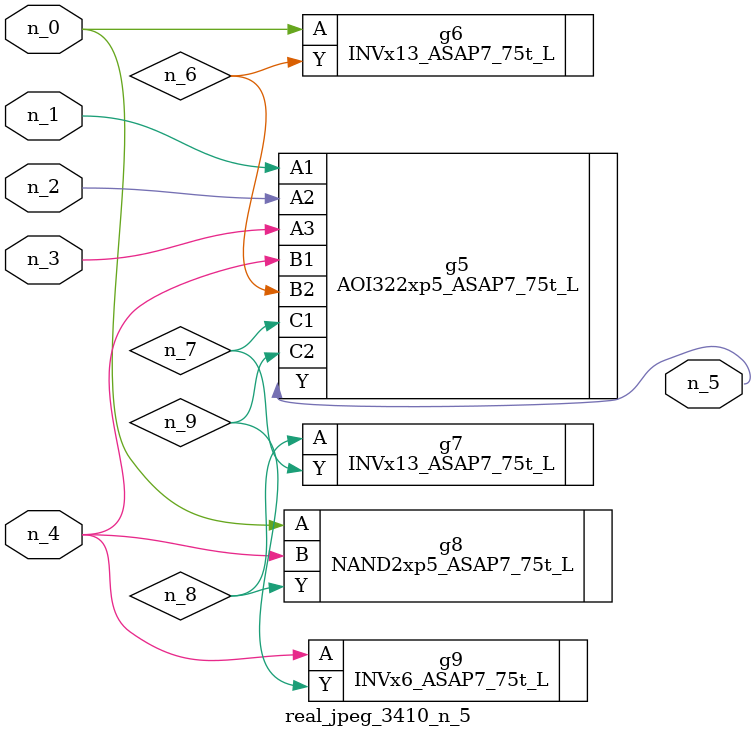
<source format=v>
module real_jpeg_3410_n_5 (n_4, n_0, n_1, n_2, n_3, n_5);

input n_4;
input n_0;
input n_1;
input n_2;
input n_3;

output n_5;

wire n_8;
wire n_6;
wire n_7;
wire n_9;

INVx13_ASAP7_75t_L g6 ( 
.A(n_0),
.Y(n_6)
);

NAND2xp5_ASAP7_75t_L g8 ( 
.A(n_0),
.B(n_4),
.Y(n_8)
);

AOI322xp5_ASAP7_75t_L g5 ( 
.A1(n_1),
.A2(n_2),
.A3(n_3),
.B1(n_4),
.B2(n_6),
.C1(n_7),
.C2(n_9),
.Y(n_5)
);

INVx6_ASAP7_75t_L g9 ( 
.A(n_4),
.Y(n_9)
);

INVx13_ASAP7_75t_L g7 ( 
.A(n_8),
.Y(n_7)
);


endmodule
</source>
